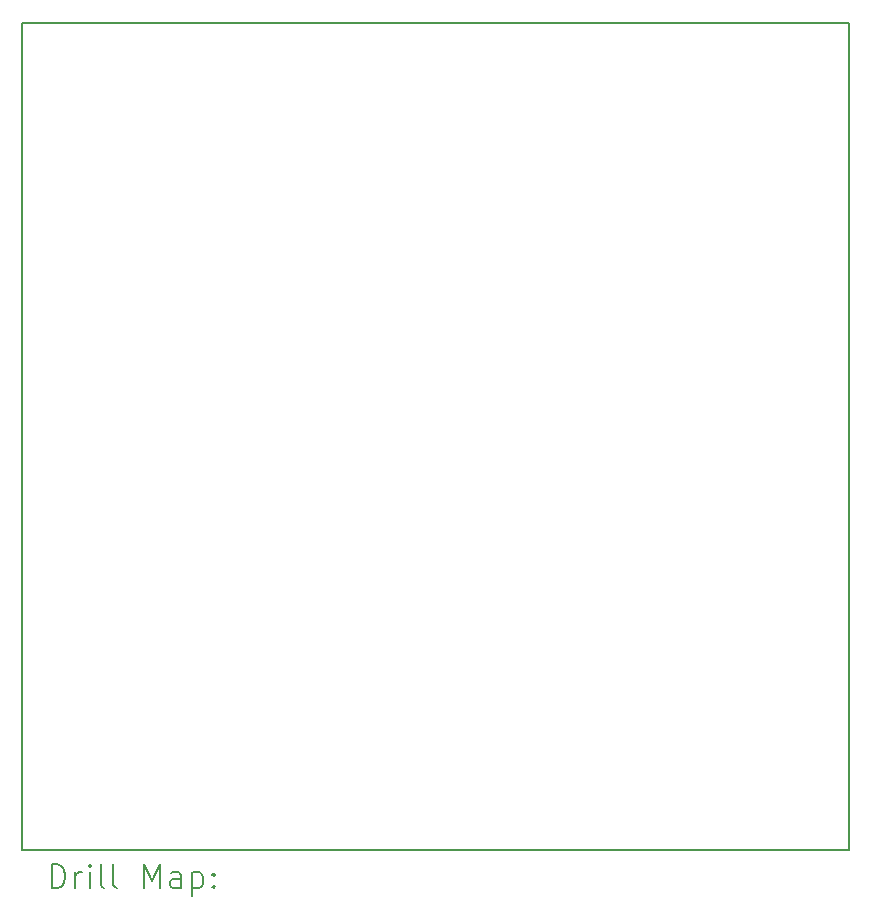
<source format=gbr>
%TF.GenerationSoftware,KiCad,Pcbnew,8.0.2*%
%TF.CreationDate,2024-05-21T10:32:05-06:00*%
%TF.ProjectId,Patch_Antenna,50617463-685f-4416-9e74-656e6e612e6b,rev?*%
%TF.SameCoordinates,Original*%
%TF.FileFunction,Drillmap*%
%TF.FilePolarity,Positive*%
%FSLAX45Y45*%
G04 Gerber Fmt 4.5, Leading zero omitted, Abs format (unit mm)*
G04 Created by KiCad (PCBNEW 8.0.2) date 2024-05-21 10:32:05*
%MOMM*%
%LPD*%
G01*
G04 APERTURE LIST*
%ADD10C,0.200000*%
G04 APERTURE END LIST*
D10*
X10000000Y-6000000D02*
X17000000Y-6000000D01*
X17000000Y-13000000D01*
X10000000Y-13000000D01*
X10000000Y-6000000D01*
X10250777Y-13321484D02*
X10250777Y-13121484D01*
X10250777Y-13121484D02*
X10298396Y-13121484D01*
X10298396Y-13121484D02*
X10326967Y-13131008D01*
X10326967Y-13131008D02*
X10346015Y-13150055D01*
X10346015Y-13150055D02*
X10355539Y-13169103D01*
X10355539Y-13169103D02*
X10365063Y-13207198D01*
X10365063Y-13207198D02*
X10365063Y-13235769D01*
X10365063Y-13235769D02*
X10355539Y-13273865D01*
X10355539Y-13273865D02*
X10346015Y-13292912D01*
X10346015Y-13292912D02*
X10326967Y-13311960D01*
X10326967Y-13311960D02*
X10298396Y-13321484D01*
X10298396Y-13321484D02*
X10250777Y-13321484D01*
X10450777Y-13321484D02*
X10450777Y-13188150D01*
X10450777Y-13226246D02*
X10460301Y-13207198D01*
X10460301Y-13207198D02*
X10469824Y-13197674D01*
X10469824Y-13197674D02*
X10488872Y-13188150D01*
X10488872Y-13188150D02*
X10507920Y-13188150D01*
X10574586Y-13321484D02*
X10574586Y-13188150D01*
X10574586Y-13121484D02*
X10565063Y-13131008D01*
X10565063Y-13131008D02*
X10574586Y-13140531D01*
X10574586Y-13140531D02*
X10584110Y-13131008D01*
X10584110Y-13131008D02*
X10574586Y-13121484D01*
X10574586Y-13121484D02*
X10574586Y-13140531D01*
X10698396Y-13321484D02*
X10679348Y-13311960D01*
X10679348Y-13311960D02*
X10669824Y-13292912D01*
X10669824Y-13292912D02*
X10669824Y-13121484D01*
X10803158Y-13321484D02*
X10784110Y-13311960D01*
X10784110Y-13311960D02*
X10774586Y-13292912D01*
X10774586Y-13292912D02*
X10774586Y-13121484D01*
X11031729Y-13321484D02*
X11031729Y-13121484D01*
X11031729Y-13121484D02*
X11098396Y-13264341D01*
X11098396Y-13264341D02*
X11165063Y-13121484D01*
X11165063Y-13121484D02*
X11165063Y-13321484D01*
X11346015Y-13321484D02*
X11346015Y-13216722D01*
X11346015Y-13216722D02*
X11336491Y-13197674D01*
X11336491Y-13197674D02*
X11317443Y-13188150D01*
X11317443Y-13188150D02*
X11279348Y-13188150D01*
X11279348Y-13188150D02*
X11260301Y-13197674D01*
X11346015Y-13311960D02*
X11326967Y-13321484D01*
X11326967Y-13321484D02*
X11279348Y-13321484D01*
X11279348Y-13321484D02*
X11260301Y-13311960D01*
X11260301Y-13311960D02*
X11250777Y-13292912D01*
X11250777Y-13292912D02*
X11250777Y-13273865D01*
X11250777Y-13273865D02*
X11260301Y-13254817D01*
X11260301Y-13254817D02*
X11279348Y-13245293D01*
X11279348Y-13245293D02*
X11326967Y-13245293D01*
X11326967Y-13245293D02*
X11346015Y-13235769D01*
X11441253Y-13188150D02*
X11441253Y-13388150D01*
X11441253Y-13197674D02*
X11460301Y-13188150D01*
X11460301Y-13188150D02*
X11498396Y-13188150D01*
X11498396Y-13188150D02*
X11517443Y-13197674D01*
X11517443Y-13197674D02*
X11526967Y-13207198D01*
X11526967Y-13207198D02*
X11536491Y-13226246D01*
X11536491Y-13226246D02*
X11536491Y-13283388D01*
X11536491Y-13283388D02*
X11526967Y-13302436D01*
X11526967Y-13302436D02*
X11517443Y-13311960D01*
X11517443Y-13311960D02*
X11498396Y-13321484D01*
X11498396Y-13321484D02*
X11460301Y-13321484D01*
X11460301Y-13321484D02*
X11441253Y-13311960D01*
X11622205Y-13302436D02*
X11631729Y-13311960D01*
X11631729Y-13311960D02*
X11622205Y-13321484D01*
X11622205Y-13321484D02*
X11612682Y-13311960D01*
X11612682Y-13311960D02*
X11622205Y-13302436D01*
X11622205Y-13302436D02*
X11622205Y-13321484D01*
X11622205Y-13197674D02*
X11631729Y-13207198D01*
X11631729Y-13207198D02*
X11622205Y-13216722D01*
X11622205Y-13216722D02*
X11612682Y-13207198D01*
X11612682Y-13207198D02*
X11622205Y-13197674D01*
X11622205Y-13197674D02*
X11622205Y-13216722D01*
M02*

</source>
